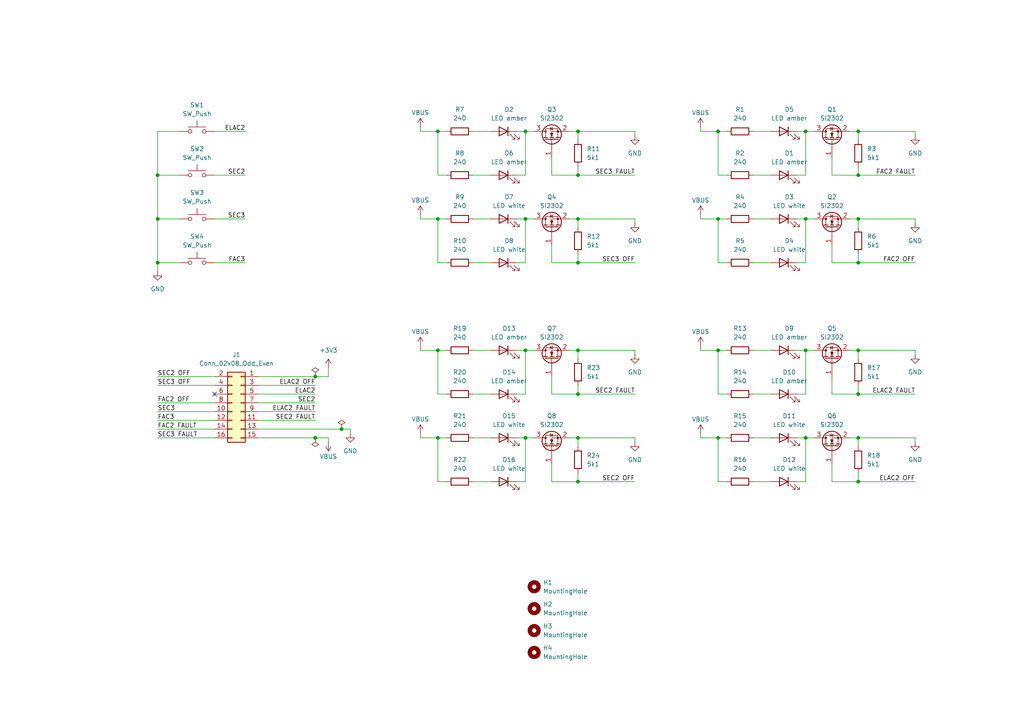
<source format=kicad_sch>
(kicad_sch (version 20231120) (generator "eeschema") (generator_version "8.0")
  (paper "A4")
  (lib_symbols
    (symbol "+3V3_1" (power) (pin_numbers hide) (pin_names (offset 0) hide)
      (property "Value" "+3V3" (at 0 3.556 0))
      (symbol "+3V3_1_1_1"
        (pin power_in line (at 0 0 90) (length 0) (name "~") (number "1"))
      )
    )
    (symbol "Connector_Generic:Conn_02x08_Odd_Even" (pin_names (offset 1.016) hide)
      (property "Reference" "J" (at 1.27 10.16 0))
      (property "Value" "Conn_02x08_Odd_Even" (at 1.27 -12.7 0))
      (symbol "Conn_02x08_Odd_Even_1_1"
        (pin passive line (at -5.08 7.62 0) (length 3.81) (name "Pin_1") (number "1"))
        (pin passive line (at 7.62 -2.54 180) (length 3.81) (name "Pin_10") (number "10"))
        (pin passive line (at -5.08 -5.08 0) (length 3.81) (name "Pin_11") (number "11"))
        (pin passive line (at 7.62 -5.08 180) (length 3.81) (name "Pin_12") (number "12"))
        (pin passive line (at -5.08 -7.62 0) (length 3.81) (name "Pin_13") (number "13"))
        (pin passive line (at 7.62 -7.62 180) (length 3.81) (name "Pin_14") (number "14"))
        (pin passive line (at -5.08 -10.16 0) (length 3.81) (name "Pin_15") (number "15"))
        (pin passive line (at 7.62 -10.16 180) (length 3.81) (name "Pin_16") (number "16"))
        (pin passive line (at 7.62 7.62 180) (length 3.81) (name "Pin_2") (number "2"))
        (pin passive line (at -5.08 5.08 0) (length 3.81) (name "Pin_3") (number "3"))
        (pin passive line (at 7.62 5.08 180) (length 3.81) (name "Pin_4") (number "4"))
        (pin passive line (at -5.08 2.54 0) (length 3.81) (name "Pin_5") (number "5"))
        (pin passive line (at 7.62 2.54 180) (length 3.81) (name "Pin_6") (number "6"))
        (pin passive line (at -5.08 0 0) (length 3.81) (name "Pin_7") (number "7"))
        (pin passive line (at 7.62 0 180) (length 3.81) (name "Pin_8") (number "8"))
        (pin passive line (at -5.08 -2.54 0) (length 3.81) (name "Pin_9") (number "9"))
      )
    )
    (symbol "Device:LED" (pin_numbers hide) (pin_names (offset 1.016) hide)
      (property "Reference" "D" (at 0 2.54 0))
      (property "Value" "LED" (at 0 -2.54 0))
      (symbol "LED_1_1"
        (pin passive line (at -3.81 0 0) (length 2.54) (name "K") (number "1"))
        (pin passive line (at 3.81 0 180) (length 2.54) (name "A") (number "2"))
      )
    )
    (symbol "Device:R" (pin_numbers hide) (pin_names (offset 0))
      (property "Reference" "R" (at 2.032 0 90))
      (property "Value" "R" (at 0 0 90))
      (symbol "R_1_1"
        (pin passive line (at 0 3.81 270) (length 1.27) (name "~") (number "1"))
        (pin passive line (at 0 -3.81 90) (length 1.27) (name "~") (number "2"))
      )
    )
    (symbol "GND_1" (power) (pin_numbers hide) (pin_names (offset 0) hide)
      (property "Value" "GND" (at 0 -3.81 0))
      (symbol "GND_1_1_1"
        (pin power_in line (at 0 0 270) (length 0) (name "~") (number "1"))
      )
    )
    (symbol "Mechanical:MountingHole" (pin_names (offset 1.016))
      (property "Reference" "H" (at 0 5.08 0))
      (property "Value" "MountingHole" (at 0 3.175 0))
    )
    (symbol "Switch:SW_Push" (pin_numbers hide) (pin_names (offset 1.016) hide)
      (property "Reference" "SW" (at 1.27 2.54 0))
      (property "Value" "SW_Push" (at 0 -1.524 0))
      (symbol "SW_Push_0_1"
        (pin passive line (at -5.08 0 0) (length 2.54) (name "1") (number "1"))
        (pin passive line (at 5.08 0 180) (length 2.54) (name "2") (number "2"))
      )
    )
    (symbol "Transistor_FET:2N7002K" (pin_names hide)
      (property "Reference" "Q" (at 5.08 1.905 0))
      (property "Value" "2N7002K" (at 5.08 0 0))
      (symbol "2N7002K_1_1"
        (pin input line (at -5.08 0 0) (length 2.54) (name "G") (number "1"))
        (pin passive line (at 2.54 -5.08 90) (length 2.54) (name "S") (number "2"))
        (pin passive line (at 2.54 5.08 270) (length 2.54) (name "D") (number "3"))
      )
    )
    (symbol "power:GND" (power) (pin_numbers hide) (pin_names (offset 0) hide)
      (property "Value" "GND" (at 0 -3.81 0))
      (symbol "GND_1_1"
        (pin power_in line (at 0 0 270) (length 0) (name "~") (number "1"))
      )
    )
    (symbol "power:PWR_FLAG" (power) (pin_numbers hide) (pin_names (offset 0) hide)
      (property "Value" "PWR_FLAG" (at 0 3.81 0))
      (symbol "PWR_FLAG_0_0"
        (pin power_out line (at 0 0 90) (length 0) (name "~") (number "1"))
      )
    )
    (symbol "power:VBUS" (power) (pin_numbers hide) (pin_names (offset 0) hide)
      (property "Value" "VBUS" (at 0 3.556 0))
      (symbol "VBUS_1_1"
        (pin power_in line (at 0 0 90) (length 0) (name "~") (number "1"))
      )
    )
  )
  (junction (at 208.28 38.1))
  (junction (at 152.4 127))
  (junction (at 99.06 124.46))
  (junction (at 208.28 63.5))
  (junction (at 248.92 38.1))
  (junction (at 167.64 101.6))
  (junction (at 45.72 50.8))
  (junction (at 233.68 63.5))
  (junction (at 127 127))
  (junction (at 167.64 114.3))
  (junction (at 167.64 38.1))
  (junction (at 208.28 101.6))
  (junction (at 167.64 127))
  (junction (at 167.64 63.5))
  (junction (at 248.92 114.3))
  (junction (at 248.92 63.5))
  (junction (at 152.4 63.5))
  (junction (at 167.64 50.8))
  (junction (at 248.92 127))
  (junction (at 45.72 63.5))
  (junction (at 91.44 109.22))
  (junction (at 248.92 101.6))
  (junction (at 233.68 38.1))
  (junction (at 208.28 127))
  (junction (at 152.4 101.6))
  (junction (at 167.64 76.2))
  (junction (at 233.68 101.6))
  (junction (at 248.92 50.8))
  (junction (at 91.44 127))
  (junction (at 233.68 127))
  (junction (at 152.4 38.1))
  (junction (at 248.92 76.2))
  (junction (at 167.64 139.7))
  (junction (at 45.72 76.2))
  (junction (at 248.92 139.7))
  (junction (at 127 63.5))
  (junction (at 127 38.1))
  (junction (at 127 101.6))
  (no_connect (at 62.23 114.3))
  (wire (pts (xy 137.16 139.7) (xy 142.24 139.7)))
  (wire (pts (xy 265.43 38.1) (xy 248.92 38.1)))
  (wire (pts (xy 129.54 139.7) (xy 127 139.7)))
  (wire (pts (xy 246.38 63.5) (xy 248.92 63.5)))
  (wire (pts (xy 160.02 45.72) (xy 160.02 50.8)))
  (wire (pts (xy 160.02 114.3) (xy 167.64 114.3)))
  (wire (pts (xy 208.28 50.8) (xy 208.28 38.1)))
  (wire (pts (xy 127 76.2) (xy 127 63.5)))
  (wire (pts (xy 265.43 39.37) (xy 265.43 38.1)))
  (wire (pts (xy 74.93 121.92) (xy 91.44 121.92)))
  (wire (pts (xy 248.92 114.3) (xy 265.43 114.3)))
  (wire (pts (xy 121.92 101.6) (xy 127 101.6)))
  (wire (pts (xy 265.43 102.87) (xy 265.43 101.6)))
  (wire (pts (xy 99.06 124.46) (xy 101.6 124.46)))
  (wire (pts (xy 184.15 128.27) (xy 184.15 127)))
  (wire (pts (xy 184.15 127) (xy 167.64 127)))
  (wire (pts (xy 208.28 139.7) (xy 208.28 127)))
  (wire (pts (xy 241.3 109.22) (xy 241.3 114.3)))
  (wire (pts (xy 152.4 127) (xy 154.94 127)))
  (wire (pts (xy 184.15 39.37) (xy 184.15 38.1)))
  (wire (pts (xy 45.72 50.8) (xy 52.07 50.8)))
  (wire (pts (xy 62.23 119.38) (xy 45.72 119.38)))
  (wire (pts (xy 165.1 63.5) (xy 167.64 63.5)))
  (wire (pts (xy 233.68 63.5) (xy 236.22 63.5)))
  (wire (pts (xy 160.02 109.22) (xy 160.02 114.3)))
  (wire (pts (xy 248.92 63.5) (xy 248.92 66.04)))
  (wire (pts (xy 127 50.8) (xy 127 38.1)))
  (wire (pts (xy 265.43 127) (xy 248.92 127)))
  (wire (pts (xy 203.2 38.1) (xy 203.2 36.83)))
  (wire (pts (xy 149.86 101.6) (xy 152.4 101.6)))
  (wire (pts (xy 203.2 101.6) (xy 208.28 101.6)))
  (wire (pts (xy 62.23 38.1) (xy 71.12 38.1)))
  (wire (pts (xy 74.93 114.3) (xy 91.44 114.3)))
  (wire (pts (xy 233.68 127) (xy 233.68 139.7)))
  (wire (pts (xy 45.72 50.8) (xy 45.72 38.1)))
  (wire (pts (xy 184.15 64.77) (xy 184.15 63.5)))
  (wire (pts (xy 160.02 134.62) (xy 160.02 139.7)))
  (wire (pts (xy 74.93 124.46) (xy 99.06 124.46)))
  (wire (pts (xy 208.28 127) (xy 210.82 127)))
  (wire (pts (xy 95.25 128.27) (xy 95.25 127)))
  (wire (pts (xy 127 127) (xy 129.54 127)))
  (wire (pts (xy 45.72 63.5) (xy 52.07 63.5)))
  (wire (pts (xy 129.54 114.3) (xy 127 114.3)))
  (wire (pts (xy 231.14 127) (xy 233.68 127)))
  (wire (pts (xy 167.64 139.7) (xy 184.15 139.7)))
  (wire (pts (xy 248.92 73.66) (xy 248.92 76.2)))
  (wire (pts (xy 210.82 114.3) (xy 208.28 114.3)))
  (wire (pts (xy 149.86 63.5) (xy 152.4 63.5)))
  (wire (pts (xy 233.68 63.5) (xy 233.68 76.2)))
  (wire (pts (xy 231.14 50.8) (xy 233.68 50.8)))
  (wire (pts (xy 203.2 63.5) (xy 208.28 63.5)))
  (wire (pts (xy 52.07 76.2) (xy 45.72 76.2)))
  (wire (pts (xy 167.64 127) (xy 167.64 129.54)))
  (wire (pts (xy 62.23 121.92) (xy 45.72 121.92)))
  (wire (pts (xy 218.44 63.5) (xy 223.52 63.5)))
  (wire (pts (xy 165.1 127) (xy 167.64 127)))
  (wire (pts (xy 167.64 48.26) (xy 167.64 50.8)))
  (wire (pts (xy 167.64 76.2) (xy 184.15 76.2)))
  (wire (pts (xy 160.02 76.2) (xy 167.64 76.2)))
  (wire (pts (xy 167.64 50.8) (xy 184.15 50.8)))
  (wire (pts (xy 203.2 127) (xy 208.28 127)))
  (wire (pts (xy 45.72 76.2) (xy 45.72 63.5)))
  (wire (pts (xy 246.38 127) (xy 248.92 127)))
  (wire (pts (xy 152.4 101.6) (xy 152.4 114.3)))
  (wire (pts (xy 233.68 127) (xy 236.22 127)))
  (wire (pts (xy 91.44 127) (xy 95.25 127)))
  (wire (pts (xy 137.16 38.1) (xy 142.24 38.1)))
  (wire (pts (xy 137.16 114.3) (xy 142.24 114.3)))
  (wire (pts (xy 233.68 101.6) (xy 233.68 114.3)))
  (wire (pts (xy 152.4 127) (xy 152.4 139.7)))
  (wire (pts (xy 62.23 109.22) (xy 45.72 109.22)))
  (wire (pts (xy 248.92 111.76) (xy 248.92 114.3)))
  (wire (pts (xy 45.72 63.5) (xy 45.72 50.8)))
  (wire (pts (xy 137.16 76.2) (xy 142.24 76.2)))
  (wire (pts (xy 129.54 76.2) (xy 127 76.2)))
  (wire (pts (xy 218.44 76.2) (xy 223.52 76.2)))
  (wire (pts (xy 121.92 127) (xy 121.92 125.73)))
  (wire (pts (xy 248.92 137.16) (xy 248.92 139.7)))
  (wire (pts (xy 62.23 111.76) (xy 45.72 111.76)))
  (wire (pts (xy 74.93 119.38) (xy 91.44 119.38)))
  (wire (pts (xy 62.23 116.84) (xy 45.72 116.84)))
  (wire (pts (xy 210.82 50.8) (xy 208.28 50.8)))
  (wire (pts (xy 248.92 48.26) (xy 248.92 50.8)))
  (wire (pts (xy 231.14 63.5) (xy 233.68 63.5)))
  (wire (pts (xy 241.3 45.72) (xy 241.3 50.8)))
  (wire (pts (xy 167.64 63.5) (xy 167.64 66.04)))
  (wire (pts (xy 62.23 124.46) (xy 45.72 124.46)))
  (wire (pts (xy 152.4 38.1) (xy 154.94 38.1)))
  (wire (pts (xy 265.43 101.6) (xy 248.92 101.6)))
  (wire (pts (xy 208.28 63.5) (xy 210.82 63.5)))
  (wire (pts (xy 167.64 101.6) (xy 167.64 104.14)))
  (wire (pts (xy 241.3 134.62) (xy 241.3 139.7)))
  (wire (pts (xy 233.68 38.1) (xy 236.22 38.1)))
  (wire (pts (xy 208.28 38.1) (xy 210.82 38.1)))
  (wire (pts (xy 241.3 114.3) (xy 248.92 114.3)))
  (wire (pts (xy 149.86 114.3) (xy 152.4 114.3)))
  (wire (pts (xy 74.93 116.84) (xy 91.44 116.84)))
  (wire (pts (xy 152.4 38.1) (xy 152.4 50.8)))
  (wire (pts (xy 218.44 50.8) (xy 223.52 50.8)))
  (wire (pts (xy 218.44 139.7) (xy 223.52 139.7)))
  (wire (pts (xy 233.68 101.6) (xy 236.22 101.6)))
  (wire (pts (xy 248.92 76.2) (xy 265.43 76.2)))
  (wire (pts (xy 167.64 73.66) (xy 167.64 76.2)))
  (wire (pts (xy 160.02 139.7) (xy 167.64 139.7)))
  (wire (pts (xy 121.92 101.6) (xy 121.92 100.33)))
  (wire (pts (xy 210.82 76.2) (xy 208.28 76.2)))
  (wire (pts (xy 184.15 101.6) (xy 167.64 101.6)))
  (wire (pts (xy 167.64 137.16) (xy 167.64 139.7)))
  (wire (pts (xy 52.07 38.1) (xy 45.72 38.1)))
  (wire (pts (xy 149.86 76.2) (xy 152.4 76.2)))
  (wire (pts (xy 203.2 101.6) (xy 203.2 100.33)))
  (wire (pts (xy 62.23 127) (xy 45.72 127)))
  (wire (pts (xy 95.25 106.68) (xy 95.25 109.22)))
  (wire (pts (xy 121.92 63.5) (xy 127 63.5)))
  (wire (pts (xy 152.4 63.5) (xy 152.4 76.2)))
  (wire (pts (xy 248.92 38.1) (xy 248.92 40.64)))
  (wire (pts (xy 231.14 114.3) (xy 233.68 114.3)))
  (wire (pts (xy 137.16 101.6) (xy 142.24 101.6)))
  (wire (pts (xy 248.92 50.8) (xy 265.43 50.8)))
  (wire (pts (xy 149.86 127) (xy 152.4 127)))
  (wire (pts (xy 137.16 127) (xy 142.24 127)))
  (wire (pts (xy 241.3 50.8) (xy 248.92 50.8)))
  (wire (pts (xy 233.68 38.1) (xy 233.68 50.8)))
  (wire (pts (xy 167.64 38.1) (xy 167.64 40.64)))
  (wire (pts (xy 246.38 38.1) (xy 248.92 38.1)))
  (wire (pts (xy 231.14 76.2) (xy 233.68 76.2)))
  (wire (pts (xy 218.44 101.6) (xy 223.52 101.6)))
  (wire (pts (xy 241.3 71.12) (xy 241.3 76.2)))
  (wire (pts (xy 149.86 139.7) (xy 152.4 139.7)))
  (wire (pts (xy 203.2 38.1) (xy 208.28 38.1)))
  (wire (pts (xy 137.16 63.5) (xy 142.24 63.5)))
  (wire (pts (xy 265.43 64.77) (xy 265.43 63.5)))
  (wire (pts (xy 62.23 50.8) (xy 71.12 50.8)))
  (wire (pts (xy 208.28 114.3) (xy 208.28 101.6)))
  (wire (pts (xy 127 114.3) (xy 127 101.6)))
  (wire (pts (xy 218.44 38.1) (xy 223.52 38.1)))
  (wire (pts (xy 165.1 101.6) (xy 167.64 101.6)))
  (wire (pts (xy 127 63.5) (xy 129.54 63.5)))
  (wire (pts (xy 149.86 38.1) (xy 152.4 38.1)))
  (wire (pts (xy 62.23 76.2) (xy 71.12 76.2)))
  (wire (pts (xy 74.93 127) (xy 91.44 127)))
  (wire (pts (xy 160.02 50.8) (xy 167.64 50.8)))
  (wire (pts (xy 241.3 76.2) (xy 248.92 76.2)))
  (wire (pts (xy 265.43 63.5) (xy 248.92 63.5)))
  (wire (pts (xy 208.28 76.2) (xy 208.28 63.5)))
  (wire (pts (xy 137.16 50.8) (xy 142.24 50.8)))
  (wire (pts (xy 241.3 139.7) (xy 248.92 139.7)))
  (wire (pts (xy 248.92 139.7) (xy 265.43 139.7)))
  (wire (pts (xy 210.82 139.7) (xy 208.28 139.7)))
  (wire (pts (xy 62.23 63.5) (xy 71.12 63.5)))
  (wire (pts (xy 203.2 63.5) (xy 203.2 62.23)))
  (wire (pts (xy 231.14 139.7) (xy 233.68 139.7)))
  (wire (pts (xy 121.92 63.5) (xy 121.92 62.23)))
  (wire (pts (xy 127 139.7) (xy 127 127)))
  (wire (pts (xy 167.64 114.3) (xy 184.15 114.3)))
  (wire (pts (xy 208.28 101.6) (xy 210.82 101.6)))
  (wire (pts (xy 91.44 109.22) (xy 95.25 109.22)))
  (wire (pts (xy 218.44 127) (xy 223.52 127)))
  (wire (pts (xy 121.92 38.1) (xy 121.92 36.83)))
  (wire (pts (xy 129.54 50.8) (xy 127 50.8)))
  (wire (pts (xy 149.86 50.8) (xy 152.4 50.8)))
  (wire (pts (xy 218.44 114.3) (xy 223.52 114.3)))
  (wire (pts (xy 121.92 127) (xy 127 127)))
  (wire (pts (xy 231.14 38.1) (xy 233.68 38.1)))
  (wire (pts (xy 160.02 71.12) (xy 160.02 76.2)))
  (wire (pts (xy 152.4 63.5) (xy 154.94 63.5)))
  (wire (pts (xy 101.6 124.46) (xy 101.6 125.73)))
  (wire (pts (xy 45.72 76.2) (xy 45.72 78.74)))
  (wire (pts (xy 248.92 101.6) (xy 248.92 104.14)))
  (wire (pts (xy 265.43 128.27) (xy 265.43 127)))
  (wire (pts (xy 246.38 101.6) (xy 248.92 101.6)))
  (wire (pts (xy 74.93 109.22) (xy 91.44 109.22)))
  (wire (pts (xy 184.15 38.1) (xy 167.64 38.1)))
  (wire (pts (xy 74.93 111.76) (xy 91.44 111.76)))
  (wire (pts (xy 165.1 38.1) (xy 167.64 38.1)))
  (wire (pts (xy 184.15 102.87) (xy 184.15 101.6)))
  (wire (pts (xy 248.92 127) (xy 248.92 129.54)))
  (wire (pts (xy 167.64 111.76) (xy 167.64 114.3)))
  (wire (pts (xy 184.15 63.5) (xy 167.64 63.5)))
  (wire (pts (xy 152.4 101.6) (xy 154.94 101.6)))
  (wire (pts (xy 121.92 38.1) (xy 127 38.1)))
  (wire (pts (xy 127 101.6) (xy 129.54 101.6)))
  (wire (pts (xy 127 38.1) (xy 129.54 38.1)))
  (wire (pts (xy 231.14 101.6) (xy 233.68 101.6)))
  (wire (pts (xy 203.2 127) (xy 203.2 125.73)))
  (label "SEC2" (at 91.44 116.84 180))
  (label "ELAC2 FAULT" (at 91.44 119.38 180))
  (label "FAC2 OFF" (at 45.72 116.84 0))
  (label "SEC3 FAULT" (at 184.15 50.8 180))
  (label "FAC2 FAULT" (at 45.72 124.46 0))
  (label "SEC3" (at 45.72 119.38 0))
  (label "SEC3 FAULT" (at 45.72 127 0))
  (label "ELAC2 FAULT" (at 265.43 114.3 180))
  (label "SEC3 OFF" (at 45.72 111.76 0))
  (label "SEC2 OFF" (at 45.72 109.22 0))
  (label "SEC2 OFF" (at 184.15 139.7 180))
  (label "SEC3 OFF" (at 184.15 76.2 180))
  (label "SEC2 FAULT" (at 91.44 121.92 180))
  (label "FAC3" (at 71.12 76.2 180))
  (label "SEC2 FAULT" (at 184.15 114.3 180))
  (label "SEC2" (at 71.12 50.8 180))
  (label "ELAC2 OFF" (at 91.44 111.76 180))
  (label "ELAC2" (at 91.44 114.3 180))
  (label "ELAC2 OFF" (at 265.43 139.7 180))
  (label "FAC2 OFF" (at 265.43 76.2 180))
  (label "ELAC2" (at 71.12 38.1 180))
  (label "FAC3" (at 45.72 121.92 0))
  (label "FAC2 FAULT" (at 265.43 50.8 180))
  (label "SEC3" (at 71.12 63.5 180))
  (symbol (lib_id "Device:R") (at 133.35 63.5 90) (unit 1)
    (property "Reference" "R9" (at 133.35 57.15 90))
    (property "Value" "240" (at 133.35 59.69 90))
    (property "Footprint" "Resistor_SMD:R_0805_2012Metric" (effects (hide yes)))
    (property "Datasheet" "https://www.lcsc.com/datasheet/lcsc_datasheet_2206010200_UNI-ROYAL-Uniroyal-Elec-0805W8F2400T5E_C17572.pdf" (effects (hide yes)))
    (property "JLCPCB Part" "C17572" (effects (hide yes)))
    (property "Manufracturer" "UNI-ROYAL(Uniroyal Elec)" (effects (hide yes)))
    (property "Manufracturer Part Number" "0805W8F2400T5E" (effects (hide yes)))
  )
  (symbol (lib_id "Switch:SW_Push") (at 57.15 63.5 0) (unit 1)
    (property "Reference" "SW3" (at 57.15 55.88 0))
    (property "Value" "SW_Push" (at 57.15 58.42 0))
    (property "Footprint" "NiasStuff:SW_Push_1TS009xxxx-xxxx-xxxx_6x6x5mm" (effects (hide yes)))
    (property "Datasheet" "https://www.lcsc.com/datasheet/lcsc_datasheet_1811151231_HYP--Hongyuan-Precision-1TS009A-1800-5000-CT_C319409.pdf" (effects (hide yes)))
    (property "JLCPCB Part" "C319409" (effects (hide yes)))
    (property "Manufracturer" "HYP (Hongyuan Precision)" (effects (hide yes)))
    (property "Manufracturer Part Number" "1TS009A-1800-5000-CT" (effects (hide yes)))
  )
  (symbol (lib_id "Device:R") (at 214.63 50.8 90) (unit 1)
    (property "Reference" "R2" (at 214.63 44.45 90))
    (property "Value" "240" (at 214.63 46.99 90))
    (property "Footprint" "Resistor_SMD:R_0805_2012Metric" (effects (hide yes)))
    (property "Datasheet" "https://www.lcsc.com/datasheet/lcsc_datasheet_2206010200_UNI-ROYAL-Uniroyal-Elec-0805W8F2400T5E_C17572.pdf" (effects (hide yes)))
    (property "JLCPCB Part" "C17572" (effects (hide yes)))
    (property "Manufracturer" "UNI-ROYAL(Uniroyal Elec)" (effects (hide yes)))
    (property "Manufracturer Part Number" "0805W8F2400T5E" (effects (hide yes)))
  )
  (symbol (lib_id "Transistor_FET:2N7002K") (at 160.02 104.14 90) (unit 1)
    (property "Reference" "Q7" (at 160.02 95.25 90))
    (property "Value" "SI2302" (at 160.02 97.79 90))
    (property "Footprint" "Package_TO_SOT_SMD:SOT-23" (effects (hide yes)))
    (property "Datasheet" "https://www.diodes.com/assets/Datasheets/ds30896.pdf" (effects (hide yes)))
    (property "Description" "0.38A Id, 60V Vds, N-Channel MOSFET, SOT-23" (effects (hide yes)))
    (property "Manufracturer" "YONGYUTAI" (effects (hide yes)))
    (property "Manufracturer Part Number" "SI2302" (effects (hide yes)))
    (property "JLCPCB Part" "C2891732" (effects (hide yes)))
  )
  (symbol (lib_id "Mechanical:MountingHole") (at 154.94 170.18 0) (unit 1) (in_bom no)
    (property "Reference" "H1" (at 157.48 168.91 0) (effects (justify left)))
    (property "Value" "MountingHole" (at 157.48 171.45 0) (effects (justify left)))
    (property "Footprint" "MountingHole:MountingHole_2.2mm_M2" (effects (hide yes)))
  )
  (symbol (lib_id "Device:LED") (at 146.05 38.1 0) (mirror y) (unit 1)
    (property "Reference" "D2" (at 147.6375 31.75 0))
    (property "Value" "LED amber" (at 147.6375 34.29 0))
    (property "Footprint" "LED_SMD:LED_0603_1608Metric" (effects (hide yes)))
    (property "Datasheet" "https://www.lcsc.com/datasheet/lcsc_datasheet_1810092051_BrtLed-Bright-LED-Elec-BL-HJC36G-AV-TRB_C165983.pdf" (effects (hide yes)))
    (property "JLCPCB Part" "C165983" (effects (hide yes)))
    (property "Manufracturer" "BrtLed(Bright LED Elec)" (effects (hide yes)))
    (property "Manufracturer Part Number" "BL-HJC36G-AV-TRB" (effects (hide yes)))
  )
  (symbol (lib_id "Switch:SW_Push") (at 57.15 76.2 0) (unit 1)
    (property "Reference" "SW4" (at 57.15 68.58 0))
    (property "Value" "SW_Push" (at 57.15 71.12 0))
    (property "Footprint" "NiasStuff:SW_Push_1TS009xxxx-xxxx-xxxx_6x6x5mm" (effects (hide yes)))
    (property "Datasheet" "https://www.lcsc.com/datasheet/lcsc_datasheet_1811151231_HYP--Hongyuan-Precision-1TS009A-1800-5000-CT_C319409.pdf" (effects (hide yes)))
    (property "JLCPCB Part" "C319409" (effects (hide yes)))
    (property "Manufracturer" "HYP (Hongyuan Precision)" (effects (hide yes)))
    (property "Manufracturer Part Number" "1TS009A-1800-5000-CT" (effects (hide yes)))
  )
  (symbol (lib_id "Device:R") (at 248.92 44.45 180) (unit 1)
    (property "Reference" "R3" (at 251.46 43.18 0) (effects (justify right)))
    (property "Value" "5k1" (at 251.46 45.72 0) (effects (justify right)))
    (property "Footprint" "Resistor_SMD:R_0603_1608Metric" (effects (hide yes)))
    (property "Datasheet" "https://www.lcsc.com/datasheet/lcsc_datasheet_2206010116_UNI-ROYAL-Uniroyal-Elec-0603WAF5101T5E_C23186.pdf" (effects (hide yes)))
    (property "JLCPCB Part" "C23186" (effects (hide yes)))
    (property "Manufracturer" "UNI-ROYAL(Uniroyal Elec)" (effects (hide yes)))
    (property "Manufracturer Part Number" "0603WAF5101T5E" (effects (hide yes)))
  )
  (symbol (lib_id "power:GND") (at 45.72 78.74 0) (unit 1)
    (property "Reference" "#PWR017" (effects (hide yes)))
    (property "Value" "GND" (at 45.72 83.82 0))
    (property "Description" "Power symbol creates a global label with name \"GND\" , ground" (effects (hide yes)))
  )
  (symbol (lib_id "power:VBUS") (at 203.2 125.73 0) (unit 1)
    (property "Reference" "#PWR010" (effects (hide yes)))
    (property "Value" "VBUS" (at 203.2 121.5969 0))
    (property "Description" "Power symbol creates a global label with name \"VBUS\"" (effects (hide yes)))
  )
  (symbol (lib_id "Device:R") (at 214.63 101.6 90) (unit 1)
    (property "Reference" "R13" (at 214.63 95.25 90))
    (property "Value" "240" (at 214.63 97.79 90))
    (property "Footprint" "Resistor_SMD:R_0805_2012Metric" (effects (hide yes)))
    (property "Datasheet" "https://www.lcsc.com/datasheet/lcsc_datasheet_2206010200_UNI-ROYAL-Uniroyal-Elec-0805W8F2400T5E_C17572.pdf" (effects (hide yes)))
    (property "JLCPCB Part" "C17572" (effects (hide yes)))
    (property "Manufracturer" "UNI-ROYAL(Uniroyal Elec)" (effects (hide yes)))
    (property "Manufracturer Part Number" "0805W8F2400T5E" (effects (hide yes)))
  )
  (symbol (lib_id "power:GND") (at 184.15 64.77 0) (unit 1)
    (property "Reference" "#PWR08" (effects (hide yes)))
    (property "Value" "GND" (at 184.15 69.85 0))
    (property "Description" "Power symbol creates a global label with name \"GND\" , ground" (effects (hide yes)))
  )
  (symbol (lib_id "power:GND") (at 265.43 64.77 0) (unit 1)
    (property "Reference" "#PWR04" (effects (hide yes)))
    (property "Value" "GND" (at 265.43 69.85 0))
    (property "Description" "Power symbol creates a global label with name \"GND\" , ground" (effects (hide yes)))
  )
  (symbol (lib_name "GND_1") (lib_id "power:GND") (at 101.6 125.73 0) (unit 1)
    (property "Reference" "#PWR020" (effects (hide yes)))
    (property "Value" "GND" (at 101.6 130.81 0))
    (property "Description" "Power symbol creates a global label with name \"GND\" , ground" (effects (hide yes)))
  )
  (symbol (lib_id "power:VBUS") (at 121.92 100.33 0) (unit 1)
    (property "Reference" "#PWR013" (effects (hide yes)))
    (property "Value" "VBUS" (at 121.92 96.1969 0))
    (property "Description" "Power symbol creates a global label with name \"VBUS\"" (effects (hide yes)))
  )
  (symbol (lib_id "Device:R") (at 214.63 63.5 90) (unit 1)
    (property "Reference" "R4" (at 214.63 57.15 90))
    (property "Value" "240" (at 214.63 59.69 90))
    (property "Footprint" "Resistor_SMD:R_0805_2012Metric" (effects (hide yes)))
    (property "Datasheet" "https://www.lcsc.com/datasheet/lcsc_datasheet_2206010200_UNI-ROYAL-Uniroyal-Elec-0805W8F2400T5E_C17572.pdf" (effects (hide yes)))
    (property "JLCPCB Part" "C17572" (effects (hide yes)))
    (property "Manufracturer" "UNI-ROYAL(Uniroyal Elec)" (effects (hide yes)))
    (property "Manufracturer Part Number" "0805W8F2400T5E" (effects (hide yes)))
  )
  (symbol (lib_id "Device:R") (at 248.92 133.35 180) (unit 1)
    (property "Reference" "R18" (at 251.46 132.08 0) (effects (justify right)))
    (property "Value" "5k1" (at 251.46 134.62 0) (effects (justify right)))
    (property "Footprint" "Resistor_SMD:R_0603_1608Metric" (effects (hide yes)))
    (property "Datasheet" "https://www.lcsc.com/datasheet/lcsc_datasheet_2206010116_UNI-ROYAL-Uniroyal-Elec-0603WAF5101T5E_C23186.pdf" (effects (hide yes)))
    (property "JLCPCB Part" "C23186" (effects (hide yes)))
    (property "Manufracturer" "UNI-ROYAL(Uniroyal Elec)" (effects (hide yes)))
    (property "Manufracturer Part Number" "0603WAF5101T5E" (effects (hide yes)))
  )
  (symbol (lib_id "power:PWR_FLAG") (at 99.06 124.46 0) (unit 1)
    (property "Reference" "#FLG03" (effects (hide yes)))
    (property "Value" "PWR_FLAG" (effects (hide yes)))
    (property "Description" "Special symbol for telling ERC where power comes from" (effects (hide yes)))
  )
  (symbol (lib_id "Device:R") (at 133.35 139.7 90) (unit 1)
    (property "Reference" "R22" (at 133.35 133.35 90))
    (property "Value" "240" (at 133.35 135.89 90))
    (property "Footprint" "Resistor_SMD:R_0805_2012Metric" (effects (hide yes)))
    (property "Datasheet" "https://www.lcsc.com/datasheet/lcsc_datasheet_2206010200_UNI-ROYAL-Uniroyal-Elec-0805W8F2400T5E_C17572.pdf" (effects (hide yes)))
    (property "JLCPCB Part" "C17572" (effects (hide yes)))
    (property "Manufracturer" "UNI-ROYAL(Uniroyal Elec)" (effects (hide yes)))
    (property "Manufracturer Part Number" "0805W8F2400T5E" (effects (hide yes)))
  )
  (symbol (lib_id "Device:R") (at 214.63 114.3 90) (unit 1)
    (property "Reference" "R14" (at 214.63 107.95 90))
    (property "Value" "240" (at 214.63 110.49 90))
    (property "Footprint" "Resistor_SMD:R_0805_2012Metric" (effects (hide yes)))
    (property "Datasheet" "https://www.lcsc.com/datasheet/lcsc_datasheet_2206010200_UNI-ROYAL-Uniroyal-Elec-0805W8F2400T5E_C17572.pdf" (effects (hide yes)))
    (property "JLCPCB Part" "C17572" (effects (hide yes)))
    (property "Manufracturer" "UNI-ROYAL(Uniroyal Elec)" (effects (hide yes)))
    (property "Manufracturer Part Number" "0805W8F2400T5E" (effects (hide yes)))
  )
  (symbol (lib_id "Transistor_FET:2N7002K") (at 160.02 66.04 90) (unit 1)
    (property "Reference" "Q4" (at 160.02 57.15 90))
    (property "Value" "SI2302" (at 160.02 59.69 90))
    (property "Footprint" "Package_TO_SOT_SMD:SOT-23" (effects (hide yes)))
    (property "Datasheet" "https://www.diodes.com/assets/Datasheets/ds30896.pdf" (effects (hide yes)))
    (property "Description" "0.38A Id, 60V Vds, N-Channel MOSFET, SOT-23" (effects (hide yes)))
    (property "Manufracturer" "YONGYUTAI" (effects (hide yes)))
    (property "Manufracturer Part Number" "SI2302" (effects (hide yes)))
    (property "JLCPCB Part" "C2891732" (effects (hide yes)))
  )
  (symbol (lib_id "power:GND") (at 184.15 39.37 0) (unit 1)
    (property "Reference" "#PWR07" (effects (hide yes)))
    (property "Value" "GND" (at 184.15 44.45 0))
    (property "Description" "Power symbol creates a global label with name \"GND\" , ground" (effects (hide yes)))
  )
  (symbol (lib_id "Device:R") (at 133.35 114.3 90) (unit 1)
    (property "Reference" "R20" (at 133.35 107.95 90))
    (property "Value" "240" (at 133.35 110.49 90))
    (property "Footprint" "Resistor_SMD:R_0805_2012Metric" (effects (hide yes)))
    (property "Datasheet" "https://www.lcsc.com/datasheet/lcsc_datasheet_2206010200_UNI-ROYAL-Uniroyal-Elec-0805W8F2400T5E_C17572.pdf" (effects (hide yes)))
    (property "JLCPCB Part" "C17572" (effects (hide yes)))
    (property "Manufracturer" "UNI-ROYAL(Uniroyal Elec)" (effects (hide yes)))
    (property "Manufracturer Part Number" "0805W8F2400T5E" (effects (hide yes)))
  )
  (symbol (lib_id "power:VBUS") (at 203.2 100.33 0) (unit 1)
    (property "Reference" "#PWR09" (effects (hide yes)))
    (property "Value" "VBUS" (at 203.2 96.1969 0))
    (property "Description" "Power symbol creates a global label with name \"VBUS\"" (effects (hide yes)))
  )
  (symbol (lib_id "Switch:SW_Push") (at 57.15 38.1 0) (unit 1)
    (property "Reference" "SW1" (at 57.15 30.48 0))
    (property "Value" "SW_Push" (at 57.15 33.02 0))
    (property "Footprint" "NiasStuff:SW_Push_1TS009xxxx-xxxx-xxxx_6x6x5mm" (effects (hide yes)))
    (property "Datasheet" "https://www.lcsc.com/datasheet/lcsc_datasheet_1811151231_HYP--Hongyuan-Precision-1TS009A-1800-5000-CT_C319409.pdf" (effects (hide yes)))
    (property "JLCPCB Part" "C319409" (effects (hide yes)))
    (property "Manufracturer" "HYP (Hongyuan Precision)" (effects (hide yes)))
    (property "Manufracturer Part Number" "1TS009A-1800-5000-CT" (effects (hide yes)))
  )
  (symbol (lib_id "Switch:SW_Push") (at 57.15 50.8 0) (unit 1)
    (property "Reference" "SW2" (at 57.15 43.18 0))
    (property "Value" "SW_Push" (at 57.15 45.72 0))
    (property "Footprint" "NiasStuff:SW_Push_1TS009xxxx-xxxx-xxxx_6x6x5mm" (effects (hide yes)))
    (property "Datasheet" "https://www.lcsc.com/datasheet/lcsc_datasheet_1811151231_HYP--Hongyuan-Precision-1TS009A-1800-5000-CT_C319409.pdf" (effects (hide yes)))
    (property "JLCPCB Part" "C319409" (effects (hide yes)))
    (property "Manufracturer" "HYP (Hongyuan Precision)" (effects (hide yes)))
    (property "Manufracturer Part Number" "1TS009A-1800-5000-CT" (effects (hide yes)))
  )
  (symbol (lib_id "power:VBUS") (at 121.92 36.83 0) (unit 1)
    (property "Reference" "#PWR05" (effects (hide yes)))
    (property "Value" "VBUS" (at 121.92 32.6969 0))
    (property "Description" "Power symbol creates a global label with name \"VBUS\"" (effects (hide yes)))
  )
  (symbol (lib_id "Device:LED") (at 146.05 101.6 0) (mirror y) (unit 1)
    (property "Reference" "D13" (at 147.6375 95.25 0))
    (property "Value" "LED amber" (at 147.6375 97.79 0))
    (property "Footprint" "LED_SMD:LED_0603_1608Metric" (effects (hide yes)))
    (property "Datasheet" "https://www.lcsc.com/datasheet/lcsc_datasheet_1810092051_BrtLed-Bright-LED-Elec-BL-HJC36G-AV-TRB_C165983.pdf" (effects (hide yes)))
    (property "JLCPCB Part" "C165983" (effects (hide yes)))
    (property "Manufracturer" "BrtLed(Bright LED Elec)" (effects (hide yes)))
    (property "Manufracturer Part Number" "BL-HJC36G-AV-TRB" (effects (hide yes)))
  )
  (symbol (lib_id "power:VBUS") (at 203.2 36.83 0) (unit 1)
    (property "Reference" "#PWR01" (effects (hide yes)))
    (property "Value" "VBUS" (at 203.2 32.6969 0))
    (property "Description" "Power symbol creates a global label with name \"VBUS\"" (effects (hide yes)))
  )
  (symbol (lib_id "power:GND") (at 184.15 102.87 0) (unit 1)
    (property "Reference" "#PWR015" (effects (hide yes)))
    (property "Value" "GND" (at 184.15 107.95 0))
    (property "Description" "Power symbol creates a global label with name \"GND\" , ground" (effects (hide yes)))
  )
  (symbol (lib_id "Transistor_FET:2N7002K") (at 241.3 129.54 90) (unit 1)
    (property "Reference" "Q6" (at 241.3 120.65 90))
    (property "Value" "SI2302" (at 241.3 123.19 90))
    (property "Footprint" "Package_TO_SOT_SMD:SOT-23" (effects (hide yes)))
    (property "Datasheet" "https://www.diodes.com/assets/Datasheets/ds30896.pdf" (effects (hide yes)))
    (property "Description" "0.38A Id, 60V Vds, N-Channel MOSFET, SOT-23" (effects (hide yes)))
    (property "Manufracturer" "YONGYUTAI" (effects (hide yes)))
    (property "Manufracturer Part Number" "SI2302" (effects (hide yes)))
    (property "JLCPCB Part" "C2891732" (effects (hide yes)))
  )
  (symbol (lib_id "power:VBUS") (at 121.92 125.73 0) (unit 1)
    (property "Reference" "#PWR014" (effects (hide yes)))
    (property "Value" "VBUS" (at 121.92 121.5969 0))
    (property "Description" "Power symbol creates a global label with name \"VBUS\"" (effects (hide yes)))
  )
  (symbol (lib_id "Device:R") (at 133.35 101.6 90) (unit 1)
    (property "Reference" "R19" (at 133.35 95.25 90))
    (property "Value" "240" (at 133.35 97.79 90))
    (property "Footprint" "Resistor_SMD:R_0805_2012Metric" (effects (hide yes)))
    (property "Datasheet" "https://www.lcsc.com/datasheet/lcsc_datasheet_2206010200_UNI-ROYAL-Uniroyal-Elec-0805W8F2400T5E_C17572.pdf" (effects (hide yes)))
    (property "JLCPCB Part" "C17572" (effects (hide yes)))
    (property "Manufracturer" "UNI-ROYAL(Uniroyal Elec)" (effects (hide yes)))
    (property "Manufracturer Part Number" "0805W8F2400T5E" (effects (hide yes)))
  )
  (symbol (lib_id "Device:LED") (at 146.05 127 0) (mirror y) (unit 1)
    (property "Reference" "D15" (at 147.6375 120.65 0))
    (property "Value" "LED white" (at 147.6375 123.19 0))
    (property "Footprint" "LED_SMD:LED_0805_2012Metric" (effects (hide yes)))
    (property "Datasheet" "https://www.lcsc.com/datasheet/lcsc_datasheet_2402181504_XINGLIGHT-XL-2012WWC-DS_C3646928.pdf" (effects (hide yes)))
    (property "JLCPCB Part" "C3646928" (effects (hide yes)))
    (property "Manufracturer" "XINGLIGHT" (effects (hide yes)))
    (property "Manufracturer Part Number" "XL-2012WWC-DS" (effects (hide yes)))
  )
  (symbol (lib_id "Device:R") (at 133.35 76.2 90) (unit 1)
    (property "Reference" "R10" (at 133.35 69.85 90))
    (property "Value" "240" (at 133.35 72.39 90))
    (property "Footprint" "Resistor_SMD:R_0805_2012Metric" (effects (hide yes)))
    (property "Datasheet" "https://www.lcsc.com/datasheet/lcsc_datasheet_2206010200_UNI-ROYAL-Uniroyal-Elec-0805W8F2400T5E_C17572.pdf" (effects (hide yes)))
    (property "JLCPCB Part" "C17572" (effects (hide yes)))
    (property "Manufracturer" "UNI-ROYAL(Uniroyal Elec)" (effects (hide yes)))
    (property "Manufracturer Part Number" "0805W8F2400T5E" (effects (hide yes)))
  )
  (symbol (lib_id "Device:R") (at 167.64 44.45 180) (unit 1)
    (property "Reference" "R11" (at 170.18 43.18 0) (effects (justify right)))
    (property "Value" "5k1" (at 170.18 45.72 0) (effects (justify right)))
    (property "Footprint" "Resistor_SMD:R_0603_1608Metric" (effects (hide yes)))
    (property "Datasheet" "https://www.lcsc.com/datasheet/lcsc_datasheet_2206010116_UNI-ROYAL-Uniroyal-Elec-0603WAF5101T5E_C23186.pdf" (effects (hide yes)))
    (property "JLCPCB Part" "C23186" (effects (hide yes)))
    (property "Manufracturer" "UNI-ROYAL(Uniroyal Elec)" (effects (hide yes)))
    (property "Manufracturer Part Number" "0603WAF5101T5E" (effects (hide yes)))
  )
  (symbol (lib_id "Device:LED") (at 146.05 76.2 0) (mirror y) (unit 1)
    (property "Reference" "D8" (at 147.6375 69.85 0))
    (property "Value" "LED white" (at 147.6375 72.39 0))
    (property "Footprint" "LED_SMD:LED_0805_2012Metric" (effects (hide yes)))
    (property "Datasheet" "https://www.lcsc.com/datasheet/lcsc_datasheet_2402181504_XINGLIGHT-XL-2012WWC-DS_C3646928.pdf" (effects (hide yes)))
    (property "JLCPCB Part" "C3646928" (effects (hide yes)))
    (property "Manufracturer" "XINGLIGHT" (effects (hide yes)))
    (property "Manufracturer Part Number" "XL-2012WWC-DS" (effects (hide yes)))
  )
  (symbol (lib_id "power:GND") (at 265.43 102.87 0) (unit 1)
    (property "Reference" "#PWR011" (effects (hide yes)))
    (property "Value" "GND" (at 265.43 107.95 0))
    (property "Description" "Power symbol creates a global label with name \"GND\" , ground" (effects (hide yes)))
  )
  (symbol (lib_id "Device:LED") (at 227.33 63.5 0) (mirror y) (unit 1)
    (property "Reference" "D3" (at 228.9175 57.15 0))
    (property "Value" "LED white" (at 228.9175 59.69 0))
    (property "Footprint" "LED_SMD:LED_0805_2012Metric" (effects (hide yes)))
    (property "Datasheet" "https://www.lcsc.com/datasheet/lcsc_datasheet_2402181504_XINGLIGHT-XL-2012WWC-DS_C3646928.pdf" (effects (hide yes)))
    (property "JLCPCB Part" "C3646928" (effects (hide yes)))
    (property "Manufracturer" "XINGLIGHT" (effects (hide yes)))
    (property "Manufracturer Part Number" "XL-2012WWC-DS" (effects (hide yes)))
  )
  (symbol (lib_name "+3V3_1") (lib_id "power:+3V3") (at 95.25 106.68 0) (unit 1)
    (property "Reference" "#PWR018" (effects (hide yes)))
    (property "Value" "+3V3" (at 95.25 101.6 0))
    (property "Description" "Power symbol creates a global label with name \"+3V3\"" (effects (hide yes)))
  )
  (symbol (lib_id "Device:R") (at 214.63 127 90) (unit 1)
    (property "Reference" "R15" (at 214.63 120.65 90))
    (property "Value" "240" (at 214.63 123.19 90))
    (property "Footprint" "Resistor_SMD:R_0805_2012Metric" (effects (hide yes)))
    (property "Datasheet" "https://www.lcsc.com/datasheet/lcsc_datasheet_2206010200_UNI-ROYAL-Uniroyal-Elec-0805W8F2400T5E_C17572.pdf" (effects (hide yes)))
    (property "JLCPCB Part" "C17572" (effects (hide yes)))
    (property "Manufracturer" "UNI-ROYAL(Uniroyal Elec)" (effects (hide yes)))
    (property "Manufracturer Part Number" "0805W8F2400T5E" (effects (hide yes)))
  )
  (symbol (lib_id "Device:R") (at 214.63 38.1 90) (unit 1)
    (property "Reference" "R1" (at 214.63 31.75 90))
    (property "Value" "240" (at 214.63 34.29 90))
    (property "Footprint" "Resistor_SMD:R_0805_2012Metric" (effects (hide yes)))
    (property "Datasheet" "https://www.lcsc.com/datasheet/lcsc_datasheet_2206010200_UNI-ROYAL-Uniroyal-Elec-0805W8F2400T5E_C17572.pdf" (effects (hide yes)))
    (property "JLCPCB Part" "C17572" (effects (hide yes)))
    (property "Manufracturer" "UNI-ROYAL(Uniroyal Elec)" (effects (hide yes)))
    (property "Manufracturer Part Number" "0805W8F2400T5E" (effects (hide yes)))
  )
  (symbol (lib_id "Device:LED") (at 227.33 76.2 0) (mirror y) (unit 1)
    (property "Reference" "D4" (at 228.9175 69.85 0))
    (property "Value" "LED white" (at 228.9175 72.39 0))
    (property "Footprint" "LED_SMD:LED_0805_2012Metric" (effects (hide yes)))
    (property "Datasheet" "https://www.lcsc.com/datasheet/lcsc_datasheet_2402181504_XINGLIGHT-XL-2012WWC-DS_C3646928.pdf" (effects (hide yes)))
    (property "JLCPCB Part" "C3646928" (effects (hide yes)))
    (property "Manufracturer" "XINGLIGHT" (effects (hide yes)))
    (property "Manufracturer Part Number" "XL-2012WWC-DS" (effects (hide yes)))
  )
  (symbol (lib_id "Device:LED") (at 227.33 50.8 0) (mirror y) (unit 1)
    (property "Reference" "D1" (at 228.9175 44.45 0))
    (property "Value" "LED amber" (at 228.9175 46.99 0))
    (property "Footprint" "LED_SMD:LED_0603_1608Metric" (effects (hide yes)))
    (property "Datasheet" "https://www.lcsc.com/datasheet/lcsc_datasheet_1810092051_BrtLed-Bright-LED-Elec-BL-HJC36G-AV-TRB_C165983.pdf" (effects (hide yes)))
    (property "JLCPCB Part" "C165983" (effects (hide yes)))
    (property "Manufracturer" "BrtLed(Bright LED Elec)" (effects (hide yes)))
    (property "Manufracturer Part Number" "BL-HJC36G-AV-TRB" (effects (hide yes)))
  )
  (symbol (lib_id "power:PWR_FLAG") (at 91.44 109.22 0) (unit 1)
    (property "Reference" "#FLG01" (effects (hide yes)))
    (property "Value" "PWR_FLAG" (effects (hide yes)))
    (property "Description" "Special symbol for telling ERC where power comes from" (effects (hide yes)))
  )
  (symbol (lib_id "Transistor_FET:2N7002K") (at 241.3 66.04 90) (unit 1)
    (property "Reference" "Q2" (at 241.3 57.15 90))
    (property "Value" "SI2302" (at 241.3 59.69 90))
    (property "Footprint" "Package_TO_SOT_SMD:SOT-23" (effects (hide yes)))
    (property "Datasheet" "https://www.diodes.com/assets/Datasheets/ds30896.pdf" (effects (hide yes)))
    (property "Description" "0.38A Id, 60V Vds, N-Channel MOSFET, SOT-23" (effects (hide yes)))
    (property "Manufracturer" "YONGYUTAI" (effects (hide yes)))
    (property "Manufracturer Part Number" "SI2302" (effects (hide yes)))
    (property "JLCPCB Part" "C2891732" (effects (hide yes)))
  )
  (symbol (lib_id "Device:LED") (at 146.05 114.3 0) (mirror y) (unit 1)
    (property "Reference" "D14" (at 147.6375 107.95 0))
    (property "Value" "LED amber" (at 147.6375 110.49 0))
    (property "Footprint" "LED_SMD:LED_0603_1608Metric" (effects (hide yes)))
    (property "Datasheet" "https://www.lcsc.com/datasheet/lcsc_datasheet_1810092051_BrtLed-Bright-LED-Elec-BL-HJC36G-AV-TRB_C165983.pdf" (effects (hide yes)))
    (property "JLCPCB Part" "C165983" (effects (hide yes)))
    (property "Manufracturer" "BrtLed(Bright LED Elec)" (effects (hide yes)))
    (property "Manufracturer Part Number" "BL-HJC36G-AV-TRB" (effects (hide yes)))
  )
  (symbol (lib_id "Device:R") (at 214.63 76.2 90) (unit 1)
    (property "Reference" "R5" (at 214.63 69.85 90))
    (property "Value" "240" (at 214.63 72.39 90))
    (property "Footprint" "Resistor_SMD:R_0805_2012Metric" (effects (hide yes)))
    (property "Datasheet" "https://www.lcsc.com/datasheet/lcsc_datasheet_2206010200_UNI-ROYAL-Uniroyal-Elec-0805W8F2400T5E_C17572.pdf" (effects (hide yes)))
    (property "JLCPCB Part" "C17572" (effects (hide yes)))
    (property "Manufracturer" "UNI-ROYAL(Uniroyal Elec)" (effects (hide yes)))
    (property "Manufracturer Part Number" "0805W8F2400T5E" (effects (hide yes)))
  )
  (symbol (lib_id "Transistor_FET:2N7002K") (at 241.3 104.14 90) (unit 1)
    (property "Reference" "Q5" (at 241.3 95.25 90))
    (property "Value" "SI2302" (at 241.3 97.79 90))
    (property "Footprint" "Package_TO_SOT_SMD:SOT-23" (effects (hide yes)))
    (property "Datasheet" "https://www.diodes.com/assets/Datasheets/ds30896.pdf" (effects (hide yes)))
    (property "Description" "0.38A Id, 60V Vds, N-Channel MOSFET, SOT-23" (effects (hide yes)))
    (property "Manufracturer" "YONGYUTAI" (effects (hide yes)))
    (property "Manufracturer Part Number" "SI2302" (effects (hide yes)))
    (property "JLCPCB Part" "C2891732" (effects (hide yes)))
  )
  (symbol (lib_id "Device:LED") (at 146.05 50.8 0) (mirror y) (unit 1)
    (property "Reference" "D6" (at 147.6375 44.45 0))
    (property "Value" "LED amber" (at 147.6375 46.99 0))
    (property "Footprint" "LED_SMD:LED_0603_1608Metric" (effects (hide yes)))
    (property "Datasheet" "https://www.lcsc.com/datasheet/lcsc_datasheet_1810092051_BrtLed-Bright-LED-Elec-BL-HJC36G-AV-TRB_C165983.pdf" (effects (hide yes)))
    (property "JLCPCB Part" "C165983" (effects (hide yes)))
    (property "Manufracturer" "BrtLed(Bright LED Elec)" (effects (hide yes)))
    (property "Manufracturer Part Number" "BL-HJC36G-AV-TRB" (effects (hide yes)))
  )
  (symbol (lib_id "Device:R") (at 248.92 69.85 180) (unit 1)
    (property "Reference" "R6" (at 251.46 68.58 0) (effects (justify right)))
    (property "Value" "5k1" (at 251.46 71.12 0) (effects (justify right)))
    (property "Footprint" "Resistor_SMD:R_0603_1608Metric" (effects (hide yes)))
    (property "Datasheet" "https://www.lcsc.com/datasheet/lcsc_datasheet_2206010116_UNI-ROYAL-Uniroyal-Elec-0603WAF5101T5E_C23186.pdf" (effects (hide yes)))
    (property "JLCPCB Part" "C23186" (effects (hide yes)))
    (property "Manufracturer" "UNI-ROYAL(Uniroyal Elec)" (effects (hide yes)))
    (property "Manufracturer Part Number" "0603WAF5101T5E" (effects (hide yes)))
  )
  (symbol (lib_id "Connector_Generic:Conn_02x08_Odd_Even") (at 69.85 116.84 0) (mirror y) (unit 1)
    (property "Reference" "J1" (at 68.58 102.87 0))
    (property "Value" "Conn_02x08_Odd_Even" (at 68.58 105.41 0))
    (property "Footprint" "Connector_IDC:IDC-Header_2x08_P2.54mm_Vertical" (effects (hide yes)))
    (property "Datasheet" "https://www.lcsc.com/datasheet/lcsc_datasheet_2304140030_BOOMELE-Boom-Precision-Elec-2-54-2-12P_C9137.pdf" (effects (hide yes)))
    (property "Description" "Generic connector, double row, 02x08, odd/even pin numbering scheme (row 1 odd numbers, row 2 even numbers), script generated (kicad-library-utils/schlib/autogen/connector/)" (effects (hide yes)))
    (property "JLCPCB Part" "C3406" (effects (hide yes)))
    (property "Manufracturer" "BOOMELE(Boom Precision Elec)" (effects (hide yes)))
    (property "Manufracturer Part Number" "2.54-2*8P" (effects (hide yes)))
  )
  (symbol (lib_id "Device:R") (at 248.92 107.95 180) (unit 1)
    (property "Reference" "R17" (at 251.46 106.68 0) (effects (justify right)))
    (property "Value" "5k1" (at 251.46 109.22 0) (effects (justify right)))
    (property "Footprint" "Resistor_SMD:R_0603_1608Metric" (effects (hide yes)))
    (property "Datasheet" "https://www.lcsc.com/datasheet/lcsc_datasheet_2206010116_UNI-ROYAL-Uniroyal-Elec-0603WAF5101T5E_C23186.pdf" (effects (hide yes)))
    (property "JLCPCB Part" "C23186" (effects (hide yes)))
    (property "Manufracturer" "UNI-ROYAL(Uniroyal Elec)" (effects (hide yes)))
    (property "Manufracturer Part Number" "0603WAF5101T5E" (effects (hide yes)))
  )
  (symbol (lib_id "Device:LED") (at 227.33 139.7 0) (mirror y) (unit 1)
    (property "Reference" "D12" (at 228.9175 133.35 0))
    (property "Value" "LED white" (at 228.9175 135.89 0))
    (property "Footprint" "LED_SMD:LED_0805_2012Metric" (effects (hide yes)))
    (property "Datasheet" "https://www.lcsc.com/datasheet/lcsc_datasheet_2402181504_XINGLIGHT-XL-2012WWC-DS_C3646928.pdf" (effects (hide yes)))
    (property "JLCPCB Part" "C3646928" (effects (hide yes)))
    (property "Manufracturer" "XINGLIGHT" (effects (hide yes)))
    (property "Manufracturer Part Number" "XL-2012WWC-DS" (effects (hide yes)))
  )
  (symbol (lib_id "Transistor_FET:2N7002K") (at 160.02 40.64 90) (unit 1)
    (property "Reference" "Q3" (at 160.02 31.75 90))
    (property "Value" "SI2302" (at 160.02 34.29 90))
    (property "Footprint" "Package_TO_SOT_SMD:SOT-23" (effects (hide yes)))
    (property "Datasheet" "https://www.diodes.com/assets/Datasheets/ds30896.pdf" (effects (hide yes)))
    (property "Description" "0.38A Id, 60V Vds, N-Channel MOSFET, SOT-23" (effects (hide yes)))
    (property "Manufracturer" "YONGYUTAI" (effects (hide yes)))
    (property "Manufracturer Part Number" "SI2302" (effects (hide yes)))
    (property "JLCPCB Part" "C2891732" (effects (hide yes)))
  )
  (symbol (lib_id "Device:LED") (at 227.33 38.1 0) (mirror y) (unit 1)
    (property "Reference" "D5" (at 228.9175 31.75 0))
    (property "Value" "LED amber" (at 228.9175 34.29 0))
    (property "Footprint" "LED_SMD:LED_0603_1608Metric" (effects (hide yes)))
    (property "Datasheet" "https://www.lcsc.com/datasheet/lcsc_datasheet_1810092051_BrtLed-Bright-LED-Elec-BL-HJC36G-AV-TRB_C165983.pdf" (effects (hide yes)))
    (property "JLCPCB Part" "C165983" (effects (hide yes)))
    (property "Manufracturer" "BrtLed(Bright LED Elec)" (effects (hide yes)))
    (property "Manufracturer Part Number" "BL-HJC36G-AV-TRB" (effects (hide yes)))
  )
  (symbol (lib_id "Mechanical:MountingHole") (at 154.94 189.23 0) (unit 1) (in_bom no)
    (property "Reference" "H4" (at 157.48 187.96 0) (effects (justify left)))
    (property "Value" "MountingHole" (at 157.48 190.5 0) (effects (justify left)))
    (property "Footprint" "MountingHole:MountingHole_2.2mm_M2" (effects (hide yes)))
  )
  (symbol (lib_id "Mechanical:MountingHole") (at 154.94 182.88 0) (unit 1) (in_bom no)
    (property "Reference" "H3" (at 157.48 181.61 0) (effects (justify left)))
    (property "Value" "MountingHole" (at 157.48 184.15 0) (effects (justify left)))
    (property "Footprint" "MountingHole:MountingHole_2.2mm_M2" (effects (hide yes)))
  )
  (symbol (lib_id "power:VBUS") (at 95.25 128.27 180) (unit 1)
    (property "Reference" "#PWR019" (effects (hide yes)))
    (property "Value" "VBUS" (at 95.25 132.4031 0))
    (property "Description" "Power symbol creates a global label with name \"VBUS\"" (effects (hide yes)))
  )
  (symbol (lib_id "power:VBUS") (at 203.2 62.23 0) (unit 1)
    (property "Reference" "#PWR03" (effects (hide yes)))
    (property "Value" "VBUS" (at 203.2 58.0969 0))
    (property "Description" "Power symbol creates a global label with name \"VBUS\"" (effects (hide yes)))
  )
  (symbol (lib_id "power:VBUS") (at 121.92 62.23 0) (unit 1)
    (property "Reference" "#PWR06" (effects (hide yes)))
    (property "Value" "VBUS" (at 121.92 58.0969 0))
    (property "Description" "Power symbol creates a global label with name \"VBUS\"" (effects (hide yes)))
  )
  (symbol (lib_id "Device:R") (at 133.35 127 90) (unit 1)
    (property "Reference" "R21" (at 133.35 120.65 90))
    (property "Value" "240" (at 133.35 123.19 90))
    (property "Footprint" "Resistor_SMD:R_0805_2012Metric" (effects (hide yes)))
    (property "Datasheet" "https://www.lcsc.com/datasheet/lcsc_datasheet_2206010200_UNI-ROYAL-Uniroyal-Elec-0805W8F2400T5E_C17572.pdf" (effects (hide yes)))
    (property "JLCPCB Part" "C17572" (effects (hide yes)))
    (property "Manufracturer" "UNI-ROYAL(Uniroyal Elec)" (effects (hide yes)))
    (property "Manufracturer Part Number" "0805W8F2400T5E" (effects (hide yes)))
  )
  (symbol (lib_id "Transistor_FET:2N7002K") (at 241.3 40.64 90) (unit 1)
    (property "Reference" "Q1" (at 241.3 31.75 90))
    (property "Value" "SI2302" (at 241.3 34.29 90))
    (property "Footprint" "Package_TO_SOT_SMD:SOT-23" (effects (hide yes)))
    (property "Datasheet" "https://www.diodes.com/assets/Datasheets/ds30896.pdf" (effects (hide yes)))
    (property "Description" "0.38A Id, 60V Vds, N-Channel MOSFET, SOT-23" (effects (hide yes)))
    (property "Manufracturer" "YONGYUTAI" (effects (hide yes)))
    (property "Manufracturer Part Number" "SI2302" (effects (hide yes)))
    (property "JLCPCB Part" "C2891732" (effects (hide yes)))
  )
  (symbol (lib_id "Device:R") (at 167.64 133.35 180) (unit 1)
    (property "Reference" "R24" (at 170.18 132.08 0) (effects (justify right)))
    (property "Value" "5k1" (at 170.18 134.62 0) (effects (justify right)))
    (property "Footprint" "Resistor_SMD:R_0603_1608Metric" (effects (hide yes)))
    (property "Datasheet" "https://www.lcsc.com/datasheet/lcsc_datasheet_2206010116_UNI-ROYAL-Uniroyal-Elec-0603WAF5101T5E_C23186.pdf" (effects (hide yes)))
    (property "JLCPCB Part" "C23186" (effects (hide yes)))
    (property "Manufracturer" "UNI-ROYAL(Uniroyal Elec)" (effects (hide yes)))
    (property "Manufracturer Part Number" "0603WAF5101T5E" (effects (hide yes)))
  )
  (symbol (lib_id "Device:LED") (at 227.33 101.6 0) (mirror y) (unit 1)
    (property "Reference" "D9" (at 228.9175 95.25 0))
    (property "Value" "LED amber" (at 228.9175 97.79 0))
    (property "Footprint" "LED_SMD:LED_0603_1608Metric" (effects (hide yes)))
    (property "Datasheet" "https://www.lcsc.com/datasheet/lcsc_datasheet_1810092051_BrtLed-Bright-LED-Elec-BL-HJC36G-AV-TRB_C165983.pdf" (effects (hide yes)))
    (property "JLCPCB Part" "C165983" (effects (hide yes)))
    (property "Manufracturer" "BrtLed(Bright LED Elec)" (effects (hide yes)))
    (property "Manufracturer Part Number" "BL-HJC36G-AV-TRB" (effects (hide yes)))
  )
  (symbol (lib_id "Device:LED") (at 146.05 139.7 0) (mirror y) (unit 1)
    (property "Reference" "D16" (at 147.6375 133.35 0))
    (property "Value" "LED white" (at 147.6375 135.89 0))
    (property "Footprint" "LED_SMD:LED_0805_2012Metric" (effects (hide yes)))
    (property "Datasheet" "https://www.lcsc.com/datasheet/lcsc_datasheet_2402181504_XINGLIGHT-XL-2012WWC-DS_C3646928.pdf" (effects (hide yes)))
    (property "JLCPCB Part" "C3646928" (effects (hide yes)))
    (property "Manufracturer" "XINGLIGHT" (effects (hide yes)))
    (property "Manufracturer Part Number" "XL-2012WWC-DS" (effects (hide yes)))
  )
  (symbol (lib_id "Device:R") (at 167.64 69.85 180) (unit 1)
    (property "Reference" "R12" (at 170.18 68.58 0) (effects (justify right)))
    (property "Value" "5k1" (at 170.18 71.12 0) (effects (justify right)))
    (property "Footprint" "Resistor_SMD:R_0603_1608Metric" (effects (hide yes)))
    (property "Datasheet" "https://www.lcsc.com/datasheet/lcsc_datasheet_2206010116_UNI-ROYAL-Uniroyal-Elec-0603WAF5101T5E_C23186.pdf" (effects (hide yes)))
    (property "JLCPCB Part" "C23186" (effects (hide yes)))
    (property "Manufracturer" "UNI-ROYAL(Uniroyal Elec)" (effects (hide yes)))
    (property "Manufracturer Part Number" "0603WAF5101T5E" (effects (hide yes)))
  )
  (symbol (lib_id "Device:R") (at 214.63 139.7 90) (unit 1)
    (property "Reference" "R16" (at 214.63 133.35 90))
    (property "Value" "240" (at 214.63 135.89 90))
    (property "Footprint" "Resistor_SMD:R_0805_2012Metric" (effects (hide yes)))
    (property "Datasheet" "https://www.lcsc.com/datasheet/lcsc_datasheet_2206010200_UNI-ROYAL-Uniroyal-Elec-0805W8F2400T5E_C17572.pdf" (effects (hide yes)))
    (property "JLCPCB Part" "C17572" (effects (hide yes)))
    (property "Manufracturer" "UNI-ROYAL(Uniroyal Elec)" (effects (hide yes)))
    (property "Manufracturer Part Number" "0805W8F2400T5E" (effects (hide yes)))
  )
  (symbol (lib_id "Device:LED") (at 227.33 127 0) (mirror y) (unit 1)
    (property "Reference" "D11" (at 228.9175 120.65 0))
    (property "Value" "LED white" (at 228.9175 123.19 0))
    (property "Footprint" "LED_SMD:LED_0805_2012Metric" (effects (hide yes)))
    (property "Datasheet" "https://www.lcsc.com/datasheet/lcsc_datasheet_2402181504_XINGLIGHT-XL-2012WWC-DS_C3646928.pdf" (effects (hide yes)))
    (property "JLCPCB Part" "C3646928" (effects (hide yes)))
    (property "Manufracturer" "XINGLIGHT" (effects (hide yes)))
    (property "Manufracturer Part Number" "XL-2012WWC-DS" (effects (hide yes)))
  )
  (symbol (lib_id "Device:R") (at 167.64 107.95 180) (unit 1)
    (property "Reference" "R23" (at 170.18 106.68 0) (effects (justify right)))
    (property "Value" "5k1" (at 170.18 109.22 0) (effects (justify right)))
    (property "Footprint" "Resistor_SMD:R_0603_1608Metric" (effects (hide yes)))
    (property "Datasheet" "https://www.lcsc.com/datasheet/lcsc_datasheet_2206010116_UNI-ROYAL-Uniroyal-Elec-0603WAF5101T5E_C23186.pdf" (effects (hide yes)))
    (property "JLCPCB Part" "C23186" (effects (hide yes)))
    (property "Manufracturer" "UNI-ROYAL(Uniroyal Elec)" (effects (hide yes)))
    (property "Manufracturer Part Number" "0603WAF5101T5E" (effects (hide yes)))
  )
  (symbol (lib_id "power:PWR_FLAG") (at 91.44 127 180) (unit 1)
    (property "Reference" "#FLG02" (effects (hide yes)))
    (property "Value" "PWR_FLAG" (effects (hide yes)))
    (property "Description" "Special symbol for telling ERC where power comes from" (effects (hide yes)))
  )
  (symbol (lib_id "power:GND") (at 265.43 39.37 0) (unit 1)
    (property "Reference" "#PWR02" (effects (hide yes)))
    (property "Value" "GND" (at 265.43 44.45 0))
    (property "Description" "Power symbol creates a global label with name \"GND\" , ground" (effects (hide yes)))
  )
  (symbol (lib_id "Transistor_FET:2N7002K") (at 160.02 129.54 90) (unit 1)
    (property "Reference" "Q8" (at 160.02 120.65 90))
    (property "Value" "SI2302" (at 160.02 123.19 90))
    (property "Footprint" "Package_TO_SOT_SMD:SOT-23" (effects (hide yes)))
    (property "Datasheet" "https://www.diodes.com/assets/Datasheets/ds30896.pdf" (effects (hide yes)))
    (property "Description" "0.38A Id, 60V Vds, N-Channel MOSFET, SOT-23" (effects (hide yes)))
    (property "Manufracturer" "YONGYUTAI" (effects (hide yes)))
    (property "Manufracturer Part Number" "SI2302" (effects (hide yes)))
    (property "JLCPCB Part" "C2891732" (effects (hide yes)))
  )
  (symbol (lib_id "Device:LED") (at 227.33 114.3 0) (mirror y) (unit 1)
    (property "Reference" "D10" (at 228.9175 107.95 0))
    (property "Value" "LED amber" (at 228.9175 110.49 0))
    (property "Footprint" "LED_SMD:LED_0603_1608Metric" (effects (hide yes)))
    (property "Datasheet" "https://www.lcsc.com/datasheet/lcsc_datasheet_1810092051_BrtLed-Bright-LED-Elec-BL-HJC36G-AV-TRB_C165983.pdf" (effects (hide yes)))
    (property "JLCPCB Part" "C165983" (effects (hide yes)))
    (property "Manufracturer" "BrtLed(Bright LED Elec)" (effects (hide yes)))
    (property "Manufracturer Part Number" "BL-HJC36G-AV-TRB" (effects (hide yes)))
  )
  (symbol (lib_id "Device:R") (at 133.35 50.8 90) (unit 1)
    (property "Reference" "R8" (at 133.35 44.45 90))
    (property "Value" "240" (at 133.35 46.99 90))
    (property "Footprint" "Resistor_SMD:R_0805_2012Metric" (effects (hide yes)))
    (property "Datasheet" "https://www.lcsc.com/datasheet/lcsc_datasheet_2206010200_UNI-ROYAL-Uniroyal-Elec-0805W8F2400T5E_C17572.pdf" (effects (hide yes)))
    (property "JLCPCB Part" "C17572" (effects (hide yes)))
    (property "Manufracturer" "UNI-ROYAL(Uniroyal Elec)" (effects (hide yes)))
    (property "Manufracturer Part Number" "0805W8F2400T5E" (effects (hide yes)))
  )
  (symbol (lib_id "power:GND") (at 265.43 128.27 0) (unit 1)
    (property "Reference" "#PWR012" (effects (hide yes)))
    (property "Value" "GND" (at 265.43 133.35 0))
    (property "Description" "Power symbol creates a global label with name \"GND\" , ground" (effects (hide yes)))
  )
  (symbol (lib_id "Device:LED") (at 146.05 63.5 0) (mirror y) (unit 1)
    (property "Reference" "D7" (at 147.6375 57.15 0))
    (property "Value" "LED white" (at 147.6375 59.69 0))
    (property "Footprint" "LED_SMD:LED_0805_2012Metric" (effects (hide yes)))
    (property "Datasheet" "https://www.lcsc.com/datasheet/lcsc_datasheet_2402181504_XINGLIGHT-XL-2012WWC-DS_C3646928.pdf" (effects (hide yes)))
    (property "JLCPCB Part" "C3646928" (effects (hide yes)))
    (property "Manufracturer" "XINGLIGHT" (effects (hide yes)))
    (property "Manufracturer Part Number" "XL-2012WWC-DS" (effects (hide yes)))
  )
  (symbol (lib_id "Mechanical:MountingHole") (at 154.94 176.53 0) (unit 1) (in_bom no)
    (property "Reference" "H2" (at 157.48 175.26 0) (effects (justify left)))
    (property "Value" "MountingHole" (at 157.48 177.8 0) (effects (justify left)))
    (property "Footprint" "MountingHole:MountingHole_2.2mm_M2" (effects (hide yes)))
  )
  (symbol (lib_id "power:GND") (at 184.15 128.27 0) (unit 1)
    (property "Reference" "#PWR016" (effects (hide yes)))
    (property "Value" "GND" (at 184.15 133.35 0))
    (property "Description" "Power symbol creates a global label with name \"GND\" , ground" (effects (hide yes)))
  )
  (symbol (lib_id "Device:R") (at 133.35 38.1 90) (unit 1)
    (property "Reference" "R7" (at 133.35 31.75 90))
    (property "Value" "240" (at 133.35 34.29 90))
    (property "Footprint" "Resistor_SMD:R_0805_2012Metric" (effects (hide yes)))
    (property "Datasheet" "https://www.lcsc.com/datasheet/lcsc_datasheet_2206010200_UNI-ROYAL-Uniroyal-Elec-0805W8F2400T5E_C17572.pdf" (effects (hide yes)))
    (property "JLCPCB Part" "C17572" (effects (hide yes)))
    (property "Manufracturer" "UNI-ROYAL(Uniroyal Elec)" (effects (hide yes)))
    (property "Manufracturer Part Number" "0805W8F2400T5E" (effects (hide yes)))
  )
)
</source>
